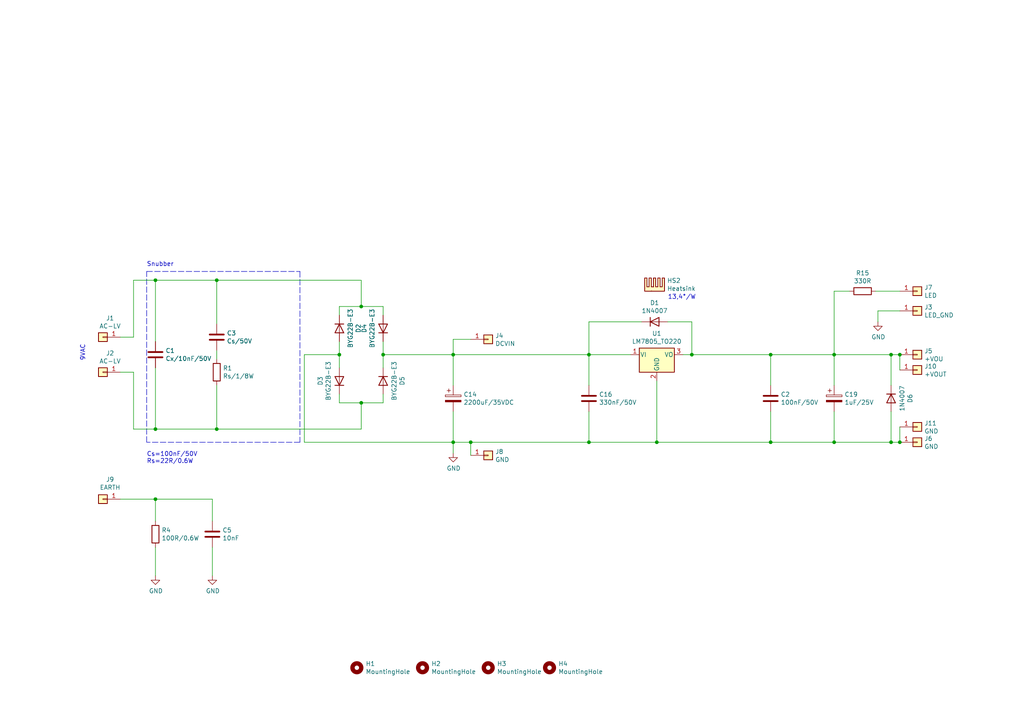
<source format=kicad_sch>
(kicad_sch (version 20211123) (generator eeschema)
  (paper "A4")
  (title_block (title "LV Simple Power Supply 7805") (date "2022-10-17") (rev "v3"))
  (lib_symbols
    (symbol "Connector_Generic:Conn_01x01" (pin_names (offset 1.016) hide)
      (property "Reference" "J" (at 0 2.54 0))
      (property "Value" "Conn_01x01" (at 0 -2.54 0))
      (symbol "Conn_01x01_1_1"
        (rectangle (start -1.27 0.127) (end 0 -0.127) (stroke (width 0.1524)))
        (rectangle (start -1.27 1.27) (end 1.27 -1.27) (stroke (width 0.254)) (fill (type background)))
        (pin passive line (at -5.08 0 0) (length 3.81) (name "Pin_1") (number "1"))
      )
    )
    (symbol "Device:C" (pin_numbers hide) (pin_names (offset 0.254))
      (property "Reference" "C" (at 0.635 2.54 0))
      (property "Value" "C" (at 0.635 -2.54 0))
      (symbol "C_0_1"
        (polyline (pts (xy -2.032 -0.762) (xy 2.032 -0.762)) (stroke (width 0.508)))
        (polyline (pts (xy -2.032 0.762) (xy 2.032 0.762)) (stroke (width 0.508)))
      )
      (symbol "C_1_1"
        (pin passive line (at 0 3.81 270) (length 2.794) (name "~") (number "1"))
        (pin passive line (at 0 -3.81 90) (length 2.794) (name "~") (number "2"))
      )
    )
    (symbol "Device:C_Polarized" (pin_numbers hide) (pin_names (offset 0.254))
      (property "Reference" "C" (at 0.635 2.54 0))
      (property "Value" "C_Polarized" (at 0.635 -2.54 0))
      (symbol "C_Polarized_0_1"
        (rectangle (start -2.286 0.508) (end 2.286 1.016))
        (polyline (pts (xy -1.778 2.286) (xy -0.762 2.286)))
        (polyline (pts (xy -1.27 2.794) (xy -1.27 1.778)))
        (rectangle (start 2.286 -0.508) (end -2.286 -1.016) (fill (type outline)))
      )
      (symbol "C_Polarized_1_1"
        (pin passive line (at 0 3.81 270) (length 2.794) (name "~") (number "1"))
        (pin passive line (at 0 -3.81 90) (length 2.794) (name "~") (number "2"))
      )
    )
    (symbol "Device:D" (pin_numbers hide) (pin_names (offset 1.016) hide)
      (property "Reference" "D" (at 0 2.54 0))
      (property "Value" "D" (at 0 -2.54 0))
      (symbol "D_0_1"
        (polyline (pts (xy -1.27 1.27) (xy -1.27 -1.27)) (stroke (width 0.254)))
        (polyline (pts (xy 1.27 0) (xy -1.27 0)))
        (polyline (pts (xy 1.27 1.27) (xy 1.27 -1.27) (xy -1.27 0) (xy 1.27 1.27)) (stroke (width 0.254)))
      )
      (symbol "D_1_1"
        (pin passive line (at -3.81 0 0) (length 2.54) (name "K") (number "1"))
        (pin passive line (at 3.81 0 180) (length 2.54) (name "A") (number "2"))
      )
    )
    (symbol "Device:R" (pin_numbers hide) (pin_names (offset 0))
      (property "Reference" "R" (at 2.032 0 90))
      (property "Value" "R" (at 0 0 90))
      (symbol "R_0_1"
        (rectangle (start -1.016 -2.54) (end 1.016 2.54) (stroke (width 0.254)))
      )
      (symbol "R_1_1"
        (pin passive line (at 0 3.81 270) (length 1.27) (name "~") (number "1"))
        (pin passive line (at 0 -3.81 90) (length 1.27) (name "~") (number "2"))
      )
    )
    (symbol "Diode:1N4007" (pin_numbers hide) (pin_names (offset 1.016) hide)
      (property "Reference" "D" (at 0 2.54 0))
      (property "Value" "1N4007" (at 0 -2.54 0))
      (symbol "1N4007_0_1"
        (polyline (pts (xy -1.27 1.27) (xy -1.27 -1.27)) (stroke (width 0.254)))
        (polyline (pts (xy 1.27 0) (xy -1.27 0)))
        (polyline (pts (xy 1.27 1.27) (xy 1.27 -1.27) (xy -1.27 0) (xy 1.27 1.27)) (stroke (width 0.254)))
      )
      (symbol "1N4007_1_1"
        (pin passive line (at -3.81 0 0) (length 2.54) (name "K") (number "1"))
        (pin passive line (at 3.81 0 180) (length 2.54) (name "A") (number "2"))
      )
    )
    (symbol "Mechanical:Heatsink" (pin_names (offset 1.016))
      (property "Reference" "HS" (at 0 5.08 0))
      (property "Value" "Heatsink" (at 0 -1.27 0))
      (symbol "Heatsink_0_1"
        (polyline (pts (xy -0.3302 1.27) (xy -0.9652 1.27) (xy -0.9652 3.81) (xy -1.6002 3.81) (xy -1.6002 1.27) (xy -2.2352 1.27) (xy -2.2352 3.81) (xy -2.8702 3.81) (xy -2.8702 0) (xy -0.9652 0)) (stroke (width 0.254)) (fill (type background)))
        (polyline (pts (xy -0.3302 1.27) (xy -0.3302 3.81) (xy 0.3048 3.81) (xy 0.3048 1.27) (xy 0.9398 1.27) (xy 0.9398 3.81) (xy 1.5748 3.81) (xy 1.5748 1.27) (xy 2.2098 1.27) (xy 2.2098 3.81) (xy 2.8448 3.81) (xy 2.8448 0) (xy -0.9652 0)) (stroke (width 0.254)) (fill (type background)))
      )
    )
    (symbol "Mechanical:MountingHole" (pin_names (offset 1.016))
      (property "Reference" "H" (at 0 5.08 0))
      (property "Value" "MountingHole" (at 0 3.175 0))
      (symbol "MountingHole_0_1"
        (circle (center 0 0) (radius 1.27) (stroke (width 1.27)))
      )
    )
    (symbol "Regulator_Linear:LM7805_TO220" (pin_names (offset 0.254))
      (property "Reference" "U" (at -3.81 3.175 0))
      (property "Value" "LM7805_TO220" (at 0 3.175 0))
      (symbol "LM7805_TO220_0_1"
        (rectangle (start -5.08 1.905) (end 5.08 -5.08) (stroke (width 0.254)) (fill (type background)))
      )
      (symbol "LM7805_TO220_1_1"
        (pin power_in line (at -7.62 0 0) (length 2.54) (name "VI") (number "1"))
        (pin power_in line (at 0 -7.62 90) (length 2.54) (name "GND") (number "2"))
        (pin power_out line (at 7.62 0 180) (length 2.54) (name "VO") (number "3"))
      )
    )
    (symbol "power:GND" (power) (pin_names (offset 0))
      (property "Value" "GND" (at 0 -3.81 0))
      (symbol "GND_0_1"
        (polyline (pts (xy 0 0) (xy 0 -1.27) (xy 1.27 -1.27) (xy 0 -2.54) (xy -1.27 -1.27) (xy 0 -1.27)))
      )
      (symbol "GND_1_1"
        (pin power_in line (at 0 0 270) (length 0) hide (name "GND") (number "1"))
      )
    )
  )
  (junction (at 170.815 128.27))
  (junction (at 200.66 102.87))
  (junction (at 62.865 124.46))
  (junction (at 260.985 102.87))
  (junction (at 241.935 128.27))
  (junction (at 104.775 116.84))
  (junction (at 131.445 102.87))
  (junction (at 136.525 128.27))
  (junction (at 62.865 81.28))
  (junction (at 258.445 102.87))
  (junction (at 258.445 128.27))
  (junction (at 223.52 102.87))
  (junction (at 45.085 124.46))
  (junction (at 131.445 128.27))
  (junction (at 170.815 102.87))
  (junction (at 45.085 144.78))
  (junction (at 104.775 88.9))
  (junction (at 111.125 102.87))
  (junction (at 223.52 128.27))
  (junction (at 45.085 81.28))
  (junction (at 241.935 102.87))
  (junction (at 190.5 128.27))
  (junction (at 260.985 128.27))
  (junction (at 98.425 102.87))
  (wire (pts (xy 104.775 124.46) (xy 104.775 116.84)))
  (wire (pts (xy 98.425 88.9) (xy 104.775 88.9)))
  (polyline (pts (xy 42.545 128.27) (xy 42.545 78.74)))
  (wire (pts (xy 241.935 84.455) (xy 241.935 102.87)))
  (wire (pts (xy 131.445 128.27) (xy 131.445 119.38)))
  (wire (pts (xy 170.815 102.87) (xy 182.88 102.87)))
  (wire (pts (xy 98.425 99.06) (xy 98.425 102.87)))
  (wire (pts (xy 241.935 119.38) (xy 241.935 128.27)))
  (wire (pts (xy 38.735 124.46) (xy 45.085 124.46)))
  (wire (pts (xy 34.925 107.95) (xy 38.735 107.95)))
  (wire (pts (xy 136.525 128.27) (xy 136.525 132.08)))
  (wire (pts (xy 258.445 119.38) (xy 258.445 128.27)))
  (wire (pts (xy 62.865 101.6) (xy 62.865 104.14)))
  (wire (pts (xy 88.265 128.27) (xy 88.265 102.87)))
  (wire (pts (xy 200.66 93.345) (xy 200.66 102.87)))
  (wire (pts (xy 131.445 111.76) (xy 131.445 102.87)))
  (wire (pts (xy 254.635 90.17) (xy 254.635 93.345)))
  (wire (pts (xy 38.735 81.28) (xy 45.085 81.28)))
  (wire (pts (xy 260.985 128.27) (xy 258.445 128.27)))
  (wire (pts (xy 241.935 102.87) (xy 258.445 102.87)))
  (wire (pts (xy 170.815 102.87) (xy 170.815 111.76)))
  (wire (pts (xy 223.52 119.38) (xy 223.52 128.27)))
  (wire (pts (xy 104.775 88.9) (xy 111.125 88.9)))
  (wire (pts (xy 223.52 102.87) (xy 241.935 102.87)))
  (wire (pts (xy 61.595 144.78) (xy 45.085 144.78)))
  (wire (pts (xy 131.445 128.27) (xy 136.525 128.27)))
  (wire (pts (xy 131.445 128.27) (xy 88.265 128.27)))
  (wire (pts (xy 61.595 158.75) (xy 61.595 167.005)))
  (wire (pts (xy 34.925 97.79) (xy 38.735 97.79)))
  (wire (pts (xy 111.125 88.9) (xy 111.125 91.44)))
  (wire (pts (xy 61.595 151.13) (xy 61.595 144.78)))
  (wire (pts (xy 170.815 128.27) (xy 190.5 128.27)))
  (wire (pts (xy 45.085 144.78) (xy 34.925 144.78)))
  (wire (pts (xy 241.935 128.27) (xy 258.445 128.27)))
  (wire (pts (xy 62.865 111.76) (xy 62.865 124.46)))
  (wire (pts (xy 45.085 124.46) (xy 45.085 106.68)))
  (wire (pts (xy 170.815 119.38) (xy 170.815 128.27)))
  (wire (pts (xy 111.125 102.87) (xy 131.445 102.87)))
  (wire (pts (xy 104.775 81.28) (xy 104.775 88.9)))
  (wire (pts (xy 62.865 81.28) (xy 45.085 81.28)))
  (wire (pts (xy 198.12 102.87) (xy 200.66 102.87)))
  (wire (pts (xy 111.125 102.87) (xy 111.125 106.68)))
  (wire (pts (xy 136.525 98.425) (xy 131.445 98.425)))
  (wire (pts (xy 186.055 93.345) (xy 170.815 93.345)))
  (wire (pts (xy 45.085 151.13) (xy 45.085 144.78)))
  (wire (pts (xy 131.445 98.425) (xy 131.445 102.87)))
  (wire (pts (xy 241.935 102.87) (xy 241.935 111.76)))
  (wire (pts (xy 170.815 93.345) (xy 170.815 102.87)))
  (wire (pts (xy 62.865 124.46) (xy 45.085 124.46)))
  (wire (pts (xy 88.265 102.87) (xy 98.425 102.87)))
  (wire (pts (xy 254 84.455) (xy 260.985 84.455)))
  (wire (pts (xy 260.985 123.825) (xy 260.985 128.27)))
  (wire (pts (xy 131.445 128.27) (xy 131.445 131.445)))
  (wire (pts (xy 62.865 93.98) (xy 62.865 81.28)))
  (wire (pts (xy 98.425 102.87) (xy 98.425 106.68)))
  (wire (pts (xy 190.5 128.27) (xy 223.52 128.27)))
  (wire (pts (xy 38.735 97.79) (xy 38.735 81.28)))
  (wire (pts (xy 136.525 128.27) (xy 170.815 128.27)))
  (wire (pts (xy 111.125 99.06) (xy 111.125 102.87)))
  (wire (pts (xy 260.985 102.87) (xy 260.985 107.315)))
  (wire (pts (xy 98.425 116.84) (xy 98.425 114.3)))
  (wire (pts (xy 38.735 107.95) (xy 38.735 124.46)))
  (wire (pts (xy 62.865 124.46) (xy 104.775 124.46)))
  (polyline (pts (xy 86.995 128.27) (xy 42.545 128.27)))
  (polyline (pts (xy 86.995 78.74) (xy 86.995 128.27)))
  (wire (pts (xy 104.775 81.28) (xy 62.865 81.28)))
  (wire (pts (xy 45.085 158.75) (xy 45.085 167.005)))
  (wire (pts (xy 98.425 88.9) (xy 98.425 91.44)))
  (wire (pts (xy 45.085 81.28) (xy 45.085 99.06)))
  (wire (pts (xy 258.445 102.87) (xy 260.985 102.87)))
  (wire (pts (xy 131.445 102.87) (xy 170.815 102.87)))
  (polyline (pts (xy 42.545 78.74) (xy 86.995 78.74)))
  (wire (pts (xy 246.38 84.455) (xy 241.935 84.455)))
  (wire (pts (xy 258.445 111.76) (xy 258.445 102.87)))
  (wire (pts (xy 104.775 116.84) (xy 111.125 116.84)))
  (wire (pts (xy 223.52 128.27) (xy 241.935 128.27)))
  (wire (pts (xy 98.425 116.84) (xy 104.775 116.84)))
  (wire (pts (xy 223.52 102.87) (xy 223.52 111.76)))
  (wire (pts (xy 111.125 114.3) (xy 111.125 116.84)))
  (wire (pts (xy 193.675 93.345) (xy 200.66 93.345)))
  (wire (pts (xy 190.5 110.49) (xy 190.5 128.27)))
  (wire (pts (xy 254.635 90.17) (xy 260.985 90.17)))
  (wire (pts (xy 200.66 102.87) (xy 223.52 102.87)))
  (text "Snubber" (at 42.545 77.47 0) (effects (font (size 1.27 1.27)) (justify left bottom)))
  (text "9VAC" (at 24.765 104.775 90) (effects (font (size 1.27 1.27)) (justify left bottom)))
  (text "13,4°/W" (at 193.675 86.995 0) (effects (font (size 1.27 1.27)) (justify left bottom)))
  (text "Cs=100nF/50V\nRs=22R/0.6W" (at 42.545 134.62 0) (effects (font (size 1.27 1.27)) (justify left bottom)))
  (symbol (lib_id "Mechanical:MountingHole") (at 122.555 193.675 0) (unit 1)
    (property "Reference" "H2" (at 125.095 192.5066 0) (effects (justify left)))
    (property "Value" "MountingHole" (at 125.095 194.818 0) (effects (justify left)))
    (property "Footprint" "MountingHole:MountingHole_3.2mm_M3" (effects hide))
  )
  (symbol (lib_id "Mechanical:MountingHole") (at 141.605 193.675 0) (unit 1)
    (property "Reference" "H3" (at 144.145 192.5066 0) (effects (justify left)))
    (property "Value" "MountingHole" (at 144.145 194.818 0) (effects (justify left)))
    (property "Footprint" "MountingHole:MountingHole_3.2mm_M3" (effects hide))
  )
  (symbol (lib_id "Mechanical:MountingHole") (at 103.505 193.675 0) (unit 1)
    (property "Reference" "H1" (at 106.045 192.5066 0) (effects (justify left)))
    (property "Value" "MountingHole" (at 106.045 194.818 0) (effects (justify left)))
    (property "Footprint" "MountingHole:MountingHole_3.2mm_M3" (effects hide))
  )
  (symbol (lib_id "Mechanical:MountingHole") (at 159.385 193.675 0) (unit 1)
    (property "Reference" "H4" (at 161.925 192.5066 0) (effects (justify left)))
    (property "Value" "MountingHole" (at 161.925 194.818 0) (effects (justify left)))
    (property "Footprint" "MountingHole:MountingHole_3.2mm_M3" (effects hide))
  )
  (symbol (lib_id "Device:C_Polarized") (at 131.445 115.57 0) (unit 1)
    (property "Reference" "C14" (at 134.4422 114.4016 0) (effects (justify left)))
    (property "Value" "2200uF/35VDC" (at 134.4422 116.713 0) (effects (justify left)))
    (property "Footprint" "Capacitor_THT:CP_Radial_D16.0mm_P7.50mm" (effects hide))
  )
  (symbol (lib_id "Device:C_Polarized") (at 241.935 115.57 0) (unit 1)
    (property "Reference" "C19" (at 244.9322 114.4016 0) (effects (justify left)))
    (property "Value" "1uF/25V" (at 244.9322 116.713 0) (effects (justify left)))
    (property "Footprint" "Capacitor_THT:CP_Radial_D5.0mm_P2.00mm" (effects hide))
  )
  (symbol (lib_id "Connector_Generic:Conn_01x01") (at 266.065 128.27 0) (unit 1)
    (property "Reference" "J6" (at 268.097 127.2032 0) (effects (justify left)))
    (property "Value" "GND" (at 268.097 129.5146 0) (effects (justify left)))
    (property "Footprint" "Connector_Pin:Pin_D1.3mm_L11.0mm" (effects hide))
  )
  (symbol (lib_id "Connector_Generic:Conn_01x01") (at 266.065 102.87 0) (unit 1)
    (property "Reference" "J5" (at 268.097 101.8032 0) (effects (justify left)))
    (property "Value" "+VOU" (at 268.097 104.1146 0) (effects (justify left)))
    (property "Footprint" "Connector_Pin:Pin_D1.3mm_L11.0mm" (effects hide))
  )
  (symbol (lib_id "Device:C") (at 170.815 115.57 0) (unit 1)
    (property "Reference" "C16" (at 173.736 114.4016 0) (effects (justify left)))
    (property "Value" "330nF/50V" (at 173.736 116.713 0) (effects (justify left)))
    (property "Footprint" "Capacitor_SMD:C_0805_2012Metric_Pad1.18x1.45mm_HandSolder" (effects hide))
  )
  (symbol (lib_id "Device:R") (at 250.19 84.455 270) (unit 1)
    (property "Reference" "R15" (at 250.19 79.1972 90))
    (property "Value" "330R" (at 250.19 81.5086 90))
    (property "Footprint" "Resistor_SMD:R_0805_2012Metric_Pad1.20x1.40mm_HandSolder" (effects hide))
  )
  (symbol (lib_id "Connector_Generic:Conn_01x01") (at 266.065 84.455 0) (unit 1)
    (property "Reference" "J7" (at 268.097 83.3882 0) (effects (justify left)))
    (property "Value" "LED" (at 268.097 85.6996 0) (effects (justify left)))
    (property "Footprint" "Connector_Pin:Pin_D1.0mm_L10.0mm" (effects hide))
  )
  (symbol (lib_id "Mechanical:Heatsink") (at 189.865 84.455 0) (unit 1)
    (property "Reference" "HS2" (at 193.4718 81.3816 0) (effects (justify left)))
    (property "Value" "Heatsink" (at 193.4718 83.693 0) (effects (justify left)))
    (property "Footprint" "Heatsink:Heatsink_Fischer_SK104-STC-STIC_35x13mm_2xDrill2.5mm" (effects hide))
  )
  (symbol (lib_id "Device:D") (at 98.425 95.25 270) (unit 1)
    (property "Reference" "D2" (at 103.9368 95.25 0))
    (property "Value" "BYG22B-E3" (at 101.6254 95.25 0))
    (property "Footprint" "Diode_SMD:D_SMA_Handsoldering" (effects hide))
  )
  (symbol (lib_id "Device:D") (at 98.425 110.49 90) (unit 1)
    (property "Reference" "D3" (at 92.9132 110.49 0))
    (property "Value" "BYG22B-E3" (at 95.2246 110.49 0))
    (property "Footprint" "Diode_SMD:D_SMA_Handsoldering" (effects hide))
  )
  (symbol (lib_id "Device:D") (at 111.125 95.25 90) (unit 1)
    (property "Reference" "D4" (at 105.6132 95.25 0))
    (property "Value" "BYG22B-E3" (at 107.9246 95.25 0))
    (property "Footprint" "Diode_SMD:D_SMA_Handsoldering" (effects hide))
  )
  (symbol (lib_id "Device:D") (at 111.125 110.49 270) (unit 1)
    (property "Reference" "D5" (at 116.6368 110.49 0))
    (property "Value" "BYG22B-E3" (at 114.3254 110.49 0))
    (property "Footprint" "Diode_SMD:D_SMA_Handsoldering" (effects hide))
  )
  (symbol (lib_id "Connector_Generic:Conn_01x01") (at 29.845 97.79 0) (mirror y) (unit 1)
    (property "Reference" "J1" (at 31.9278 92.2782 0))
    (property "Value" "AC-LV" (at 31.9278 94.5896 0))
    (property "Footprint" "Connector_Pin:Pin_D1.3mm_L11.0mm" (effects hide))
  )
  (symbol (lib_id "Connector_Generic:Conn_01x01") (at 29.845 107.95 0) (mirror y) (unit 1)
    (property "Reference" "J2" (at 31.9278 102.4382 0))
    (property "Value" "AC-LV" (at 31.9278 104.7496 0))
    (property "Footprint" "Connector_Pin:Pin_D1.3mm_L11.0mm" (effects hide))
  )
  (symbol (lib_id "Device:C") (at 45.085 102.87 0) (unit 1)
    (property "Reference" "C1" (at 48.006 101.7016 0) (effects (justify left)))
    (property "Value" "Cx/10nF/50V" (at 48.006 104.013 0) (effects (justify left)))
    (property "Footprint" "Capacitor_SMD:C_0805_2012Metric_Pad1.18x1.45mm_HandSolder" (effects hide))
  )
  (symbol (lib_id "Device:C") (at 62.865 97.79 0) (unit 1)
    (property "Reference" "C3" (at 65.786 96.6216 0) (effects (justify left)))
    (property "Value" "Cs/50V" (at 65.786 98.933 0) (effects (justify left)))
    (property "Footprint" "Capacitor_SMD:C_0805_2012Metric_Pad1.18x1.45mm_HandSolder" (effects hide))
  )
  (symbol (lib_id "Device:R") (at 62.865 107.95 0) (unit 1)
    (property "Reference" "R1" (at 64.643 106.7816 0) (effects (justify left)))
    (property "Value" "Rs/1/8W" (at 64.643 109.093 0) (effects (justify left)))
    (property "Footprint" "Resistor_SMD:R_0805_2012Metric_Pad1.20x1.40mm_HandSolder" (effects hide))
  )
  (symbol (lib_id "Connector_Generic:Conn_01x01") (at 266.065 90.17 0) (unit 1)
    (property "Reference" "J3" (at 268.097 89.1032 0) (effects (justify left)))
    (property "Value" "LED_GND" (at 268.097 91.4146 0) (effects (justify left)))
    (property "Footprint" "Connector_Pin:Pin_D1.0mm_L10.0mm" (effects hide))
  )
  (symbol (lib_id "power:GND") (at 254.635 93.345 0) (unit 1)
    (property "Reference" "#PWR0101" (effects hide))
    (property "Value" "GND" (at 254.762 97.7392 0))
  )
  (symbol (lib_id "Connector_Generic:Conn_01x01") (at 141.605 132.08 0) (unit 1)
    (property "Reference" "J8" (at 143.637 131.0132 0) (effects (justify left)))
    (property "Value" "GND" (at 143.637 133.3246 0) (effects (justify left)))
    (property "Footprint" "Connector_Pin:Pin_D1.3mm_L11.0mm" (effects hide))
  )
  (symbol (lib_id "Connector_Generic:Conn_01x01") (at 266.065 123.825 0) (unit 1)
    (property "Reference" "J11" (at 268.097 122.7582 0) (effects (justify left)))
    (property "Value" "GND" (at 268.097 125.0696 0) (effects (justify left)))
    (property "Footprint" "Connector_Pin:Pin_D1.0mm_L10.0mm" (effects hide))
  )
  (symbol (lib_id "power:GND") (at 131.445 131.445 0) (unit 1)
    (property "Reference" "#PWR0102" (effects hide))
    (property "Value" "GND" (at 131.572 135.8392 0))
  )
  (symbol (lib_id "Device:C") (at 223.52 115.57 0) (unit 1)
    (property "Reference" "C2" (at 226.441 114.4016 0) (effects (justify left)))
    (property "Value" "100nF/50V" (at 226.441 116.713 0) (effects (justify left)))
    (property "Footprint" "Capacitor_SMD:C_0805_2012Metric_Pad1.18x1.45mm_HandSolder" (effects hide))
  )
  (symbol (lib_id "Connector_Generic:Conn_01x01") (at 29.845 144.78 180) (unit 1)
    (property "Reference" "J9" (at 31.9278 139.065 0))
    (property "Value" "EARTH" (at 31.9278 141.3764 0))
    (property "Footprint" "Connector_Pin:Pin_D1.3mm_L11.0mm" (effects hide))
  )
  (symbol (lib_id "Diode:1N4007") (at 258.445 115.57 270) (unit 1)
    (property "Reference" "D6" (at 263.9568 115.57 0))
    (property "Value" "1N4007" (at 261.6454 115.57 0))
    (property "Footprint" "Diode_SMD:D_SMA_Handsoldering" (effects hide))
    (property "Datasheet" "http://www.vishay.com/docs/88503/1n4001.pdf" (effects hide))
  )
  (symbol (lib_id "power:GND") (at 61.595 167.005 0) (unit 1)
    (property "Reference" "#PWR0103" (effects hide))
    (property "Value" "GND" (at 61.722 171.3992 0))
  )
  (symbol (lib_id "power:GND") (at 45.085 167.005 0) (unit 1)
    (property "Reference" "#PWR0104" (effects hide))
    (property "Value" "GND" (at 45.212 171.3992 0))
  )
  (symbol (lib_id "Device:C") (at 61.595 154.94 0) (unit 1)
    (property "Reference" "C5" (at 64.516 153.7716 0) (effects (justify left)))
    (property "Value" "10nF" (at 64.516 156.083 0) (effects (justify left)))
    (property "Footprint" "Capacitor_THT:C_Rect_L7.2mm_W2.5mm_P5.00mm_FKS2_FKP2_MKS2_MKP2" (effects hide))
  )
  (symbol (lib_id "Diode:1N4007") (at 189.865 93.345 0) (unit 1)
    (property "Reference" "D1" (at 189.865 87.8332 0))
    (property "Value" "1N4007" (at 189.865 90.1446 0))
    (property "Footprint" "Diode_SMD:D_SMA_Handsoldering" (effects hide))
    (property "Datasheet" "http://www.vishay.com/docs/88503/1n4001.pdf" (effects hide))
  )
  (symbol (lib_id "Connector_Generic:Conn_01x01") (at 141.605 98.425 0) (unit 1)
    (property "Reference" "J4" (at 143.637 97.3582 0) (effects (justify left)))
    (property "Value" "DCVIN" (at 143.637 99.6696 0) (effects (justify left)))
    (property "Footprint" "Connector_Pin:Pin_D1.3mm_L11.0mm" (effects hide))
  )
  (symbol (lib_id "Device:R") (at 45.085 154.94 180) (unit 1)
    (property "Reference" "R4" (at 46.863 153.7716 0) (effects (justify right)))
    (property "Value" "100R/0.6W" (at 46.863 156.083 0) (effects (justify right)))
    (property "Footprint" "Resistor_THT:R_Axial_DIN0207_L6.3mm_D2.5mm_P10.16mm_Horizontal" (effects hide))
  )
  (symbol (lib_id "Connector_Generic:Conn_01x01") (at 266.065 107.315 0) (unit 1)
    (property "Reference" "J10" (at 268.097 106.2482 0) (effects (justify left)))
    (property "Value" "+VOUT" (at 268.097 108.5596 0) (effects (justify left)))
    (property "Footprint" "Connector_Pin:Pin_D1.0mm_L10.0mm" (effects hide))
  )
  (symbol (lib_id "Regulator_Linear:LM7805_TO220") (at 190.5 102.87 0) (unit 1)
    (property "Reference" "U1" (at 190.5 96.7232 0))
    (property "Value" "LM7805_TO220" (at 190.5 99.0346 0))
    (property "Footprint" "Package_TO_SOT_THT:TO-220-3_Vertical" (effects hide))
    (property "Datasheet" "https://www.onsemi.cn/PowerSolutions/document/MC7800-D.PDF" (effects hide))
  )
)
</source>
